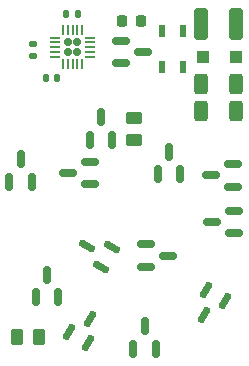
<source format=gbr>
%TF.GenerationSoftware,KiCad,Pcbnew,6.0.11-2627ca5db0~126~ubuntu20.04.1*%
%TF.CreationDate,2023-06-08T18:55:48-04:00*%
%TF.ProjectId,nixitest1,6e697869-7465-4737-9431-2e6b69636164,rev?*%
%TF.SameCoordinates,Original*%
%TF.FileFunction,Paste,Top*%
%TF.FilePolarity,Positive*%
%FSLAX46Y46*%
G04 Gerber Fmt 4.6, Leading zero omitted, Abs format (unit mm)*
G04 Created by KiCad (PCBNEW 6.0.11-2627ca5db0~126~ubuntu20.04.1) date 2023-06-08 18:55:48*
%MOMM*%
%LPD*%
G01*
G04 APERTURE LIST*
G04 Aperture macros list*
%AMRoundRect*
0 Rectangle with rounded corners*
0 $1 Rounding radius*
0 $2 $3 $4 $5 $6 $7 $8 $9 X,Y pos of 4 corners*
0 Add a 4 corners polygon primitive as box body*
4,1,4,$2,$3,$4,$5,$6,$7,$8,$9,$2,$3,0*
0 Add four circle primitives for the rounded corners*
1,1,$1+$1,$2,$3*
1,1,$1+$1,$4,$5*
1,1,$1+$1,$6,$7*
1,1,$1+$1,$8,$9*
0 Add four rect primitives between the rounded corners*
20,1,$1+$1,$2,$3,$4,$5,0*
20,1,$1+$1,$4,$5,$6,$7,0*
20,1,$1+$1,$6,$7,$8,$9,0*
20,1,$1+$1,$8,$9,$2,$3,0*%
G04 Aperture macros list end*
%ADD10RoundRect,0.250000X0.325000X1.100000X-0.325000X1.100000X-0.325000X-1.100000X0.325000X-1.100000X0*%
%ADD11RoundRect,0.150000X0.587500X0.150000X-0.587500X0.150000X-0.587500X-0.150000X0.587500X-0.150000X0*%
%ADD12RoundRect,0.150000X0.150000X-0.587500X0.150000X0.587500X-0.150000X0.587500X-0.150000X-0.587500X0*%
%ADD13RoundRect,0.055000X-0.220000X0.445000X-0.220000X-0.445000X0.220000X-0.445000X0.220000X0.445000X0*%
%ADD14RoundRect,0.167500X-0.167500X-0.167500X0.167500X-0.167500X0.167500X0.167500X-0.167500X0.167500X0*%
%ADD15RoundRect,0.050000X-0.375000X-0.050000X0.375000X-0.050000X0.375000X0.050000X-0.375000X0.050000X0*%
%ADD16RoundRect,0.050000X-0.050000X-0.375000X0.050000X-0.375000X0.050000X0.375000X-0.050000X0.375000X0*%
%ADD17RoundRect,0.150000X-0.587500X-0.150000X0.587500X-0.150000X0.587500X0.150000X-0.587500X0.150000X0*%
%ADD18RoundRect,0.135000X0.185000X-0.135000X0.185000X0.135000X-0.185000X0.135000X-0.185000X-0.135000X0*%
%ADD19RoundRect,0.135000X-0.135000X-0.185000X0.135000X-0.185000X0.135000X0.185000X-0.135000X0.185000X0*%
%ADD20RoundRect,0.250000X-0.450000X0.262500X-0.450000X-0.262500X0.450000X-0.262500X0.450000X0.262500X0*%
%ADD21RoundRect,0.250000X-0.312500X-0.625000X0.312500X-0.625000X0.312500X0.625000X-0.312500X0.625000X0*%
%ADD22RoundRect,0.150000X0.163846X0.583790X-0.423654X-0.433790X-0.163846X-0.583790X0.423654X0.433790X0*%
%ADD23RoundRect,0.250000X0.262500X0.450000X-0.262500X0.450000X-0.262500X-0.450000X0.262500X-0.450000X0*%
%ADD24RoundRect,0.225000X0.225000X0.250000X-0.225000X0.250000X-0.225000X-0.250000X0.225000X-0.250000X0*%
%ADD25RoundRect,0.150000X-0.163846X-0.583790X0.423654X0.433790X0.163846X0.583790X-0.423654X-0.433790X0*%
%ADD26RoundRect,0.150000X0.583790X-0.163846X-0.433790X0.423654X-0.583790X0.163846X0.433790X-0.423654X0*%
%ADD27RoundRect,0.250000X0.312500X0.625000X-0.312500X0.625000X-0.312500X-0.625000X0.312500X-0.625000X0*%
%ADD28R,1.100000X1.100000*%
%ADD29RoundRect,0.140000X0.140000X0.170000X-0.140000X0.170000X-0.140000X-0.170000X0.140000X-0.170000X0*%
G04 APERTURE END LIST*
D10*
%TO.C,C1*%
X96260000Y-65220000D03*
X99210000Y-65220000D03*
%TD*%
D11*
%TO.C,Q5*%
X99057500Y-82920000D03*
X99057500Y-81020000D03*
X97182500Y-81970000D03*
%TD*%
D12*
%TO.C,Q9*%
X92560000Y-77927500D03*
X94460000Y-77927500D03*
X93510000Y-76052500D03*
%TD*%
%TO.C,Q12*%
X86830000Y-74967500D03*
X88730000Y-74967500D03*
X87780000Y-73092500D03*
%TD*%
%TO.C,Q13*%
X80020000Y-78527500D03*
X81920000Y-78527500D03*
X80970000Y-76652500D03*
%TD*%
%TO.C,Q6*%
X82230000Y-88307500D03*
X84130000Y-88307500D03*
X83180000Y-86432500D03*
%TD*%
D13*
%TO.C,T1*%
X92975000Y-65790000D03*
X94745000Y-65790000D03*
X94745000Y-68790000D03*
X92975000Y-68790000D03*
%TD*%
D14*
%TO.C,U1*%
X85769999Y-67550000D03*
X85769999Y-66730000D03*
X84949999Y-67550000D03*
X84949999Y-66730000D03*
D15*
X83909999Y-66340000D03*
X83909999Y-66740000D03*
X83909999Y-67140000D03*
X83909999Y-67540000D03*
X83909999Y-67940000D03*
D16*
X84559999Y-68590000D03*
X84959999Y-68590000D03*
X85359999Y-68590000D03*
X85759999Y-68590000D03*
X86159999Y-68590000D03*
D15*
X86809999Y-67940000D03*
X86809999Y-67540000D03*
X86809999Y-67140000D03*
X86809999Y-66740000D03*
X86809999Y-66340000D03*
D16*
X86159999Y-65690000D03*
X85759999Y-65690000D03*
X85359999Y-65690000D03*
X84959999Y-65690000D03*
X84559999Y-65690000D03*
%TD*%
D17*
%TO.C,Q4*%
X91562500Y-83840000D03*
X91562500Y-85740000D03*
X93437500Y-84790000D03*
%TD*%
D18*
%TO.C,R1*%
X82000000Y-67870000D03*
X82000000Y-66850000D03*
%TD*%
D11*
%TO.C,Q2*%
X86847500Y-78740000D03*
X86847500Y-76840000D03*
X84972500Y-77790000D03*
%TD*%
D17*
%TO.C,Q1*%
X89462500Y-66600000D03*
X89462500Y-68500000D03*
X91337500Y-67550000D03*
%TD*%
D19*
%TO.C,R3*%
X84780000Y-64300000D03*
X85800000Y-64300000D03*
%TD*%
D20*
%TO.C,R6*%
X90590000Y-73177500D03*
X90590000Y-75002500D03*
%TD*%
D21*
%TO.C,R2*%
X96242500Y-72555000D03*
X99167500Y-72555000D03*
%TD*%
D12*
%TO.C,Q10*%
X90520000Y-92667500D03*
X92420000Y-92667500D03*
X91470000Y-90792500D03*
%TD*%
D22*
%TO.C,Q11*%
X98291474Y-88663101D03*
X96646026Y-87713101D03*
X96531250Y-89811899D03*
%TD*%
D23*
%TO.C,R5*%
X82492500Y-91730000D03*
X80667500Y-91730000D03*
%TD*%
D24*
%TO.C,C2*%
X91115000Y-64910000D03*
X89565000Y-64910000D03*
%TD*%
D11*
%TO.C,Q8*%
X98937500Y-78950000D03*
X98937500Y-77050000D03*
X97062500Y-78000000D03*
%TD*%
D25*
%TO.C,Q7*%
X85058526Y-91286899D03*
X86703974Y-92236899D03*
X86818750Y-90138101D03*
%TD*%
D26*
%TO.C,Q3*%
X87746899Y-85731474D03*
X88696899Y-84086026D03*
X86598101Y-83971250D03*
%TD*%
D27*
%TO.C,R4*%
X99167500Y-70285000D03*
X96242500Y-70285000D03*
%TD*%
D28*
%TO.C,D1*%
X99165000Y-67975000D03*
X96365000Y-67975000D03*
%TD*%
D29*
%TO.C,C3*%
X84030000Y-69800000D03*
X83070000Y-69800000D03*
%TD*%
M02*

</source>
